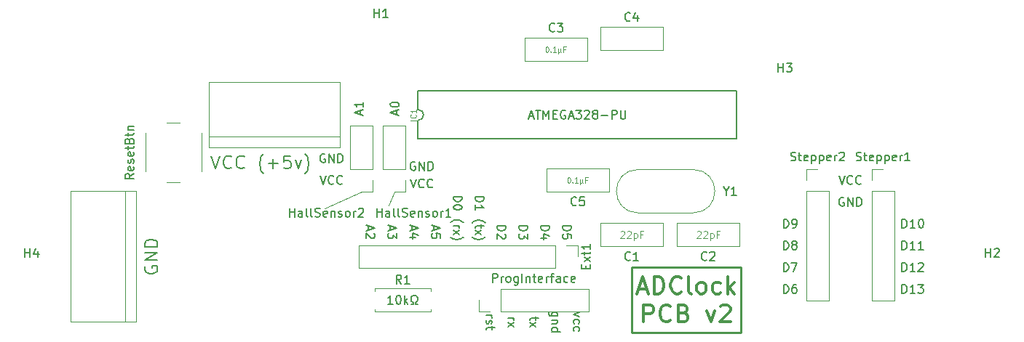
<source format=gbr>
G04 #@! TF.GenerationSoftware,KiCad,Pcbnew,(5.1.2)-1*
G04 #@! TF.CreationDate,2019-05-22T15:10:38+02:00*
G04 #@! TF.ProjectId,ADClock1,4144436c-6f63-46b3-912e-6b696361645f,rev?*
G04 #@! TF.SameCoordinates,Original*
G04 #@! TF.FileFunction,Legend,Top*
G04 #@! TF.FilePolarity,Positive*
%FSLAX46Y46*%
G04 Gerber Fmt 4.6, Leading zero omitted, Abs format (unit mm)*
G04 Created by KiCad (PCBNEW (5.1.2)-1) date 2019-05-22 15:10:38*
%MOMM*%
%LPD*%
G04 APERTURE LIST*
%ADD10C,0.250000*%
%ADD11C,0.300000*%
%ADD12C,0.120000*%
%ADD13C,0.150000*%
%ADD14C,0.127000*%
%ADD15C,0.200000*%
%ADD16C,0.050000*%
G04 APERTURE END LIST*
D10*
X102870000Y-55880000D02*
X102870000Y-63500000D01*
X115570000Y-55880000D02*
X102870000Y-55880000D01*
X115570000Y-63500000D02*
X115570000Y-55880000D01*
X102870000Y-63500000D02*
X115570000Y-63500000D01*
D11*
X103648571Y-58373333D02*
X104600952Y-58373333D01*
X103458095Y-58944761D02*
X104124761Y-56944761D01*
X104791428Y-58944761D01*
X105458095Y-58944761D02*
X105458095Y-56944761D01*
X105934285Y-56944761D01*
X106220000Y-57040000D01*
X106410476Y-57230476D01*
X106505714Y-57420952D01*
X106600952Y-57801904D01*
X106600952Y-58087619D01*
X106505714Y-58468571D01*
X106410476Y-58659047D01*
X106220000Y-58849523D01*
X105934285Y-58944761D01*
X105458095Y-58944761D01*
X108600952Y-58754285D02*
X108505714Y-58849523D01*
X108220000Y-58944761D01*
X108029523Y-58944761D01*
X107743809Y-58849523D01*
X107553333Y-58659047D01*
X107458095Y-58468571D01*
X107362857Y-58087619D01*
X107362857Y-57801904D01*
X107458095Y-57420952D01*
X107553333Y-57230476D01*
X107743809Y-57040000D01*
X108029523Y-56944761D01*
X108220000Y-56944761D01*
X108505714Y-57040000D01*
X108600952Y-57135238D01*
X109743809Y-58944761D02*
X109553333Y-58849523D01*
X109458095Y-58659047D01*
X109458095Y-56944761D01*
X110791428Y-58944761D02*
X110600952Y-58849523D01*
X110505714Y-58754285D01*
X110410476Y-58563809D01*
X110410476Y-57992380D01*
X110505714Y-57801904D01*
X110600952Y-57706666D01*
X110791428Y-57611428D01*
X111077142Y-57611428D01*
X111267619Y-57706666D01*
X111362857Y-57801904D01*
X111458095Y-57992380D01*
X111458095Y-58563809D01*
X111362857Y-58754285D01*
X111267619Y-58849523D01*
X111077142Y-58944761D01*
X110791428Y-58944761D01*
X113172380Y-58849523D02*
X112981904Y-58944761D01*
X112600952Y-58944761D01*
X112410476Y-58849523D01*
X112315238Y-58754285D01*
X112220000Y-58563809D01*
X112220000Y-57992380D01*
X112315238Y-57801904D01*
X112410476Y-57706666D01*
X112600952Y-57611428D01*
X112981904Y-57611428D01*
X113172380Y-57706666D01*
X114029523Y-58944761D02*
X114029523Y-56944761D01*
X114220000Y-58182857D02*
X114791428Y-58944761D01*
X114791428Y-57611428D02*
X114029523Y-58373333D01*
X104220000Y-62244761D02*
X104220000Y-60244761D01*
X104981904Y-60244761D01*
X105172380Y-60340000D01*
X105267619Y-60435238D01*
X105362857Y-60625714D01*
X105362857Y-60911428D01*
X105267619Y-61101904D01*
X105172380Y-61197142D01*
X104981904Y-61292380D01*
X104220000Y-61292380D01*
X107362857Y-62054285D02*
X107267619Y-62149523D01*
X106981904Y-62244761D01*
X106791428Y-62244761D01*
X106505714Y-62149523D01*
X106315238Y-61959047D01*
X106220000Y-61768571D01*
X106124761Y-61387619D01*
X106124761Y-61101904D01*
X106220000Y-60720952D01*
X106315238Y-60530476D01*
X106505714Y-60340000D01*
X106791428Y-60244761D01*
X106981904Y-60244761D01*
X107267619Y-60340000D01*
X107362857Y-60435238D01*
X108886666Y-61197142D02*
X109172380Y-61292380D01*
X109267619Y-61387619D01*
X109362857Y-61578095D01*
X109362857Y-61863809D01*
X109267619Y-62054285D01*
X109172380Y-62149523D01*
X108981904Y-62244761D01*
X108220000Y-62244761D01*
X108220000Y-60244761D01*
X108886666Y-60244761D01*
X109077142Y-60340000D01*
X109172380Y-60435238D01*
X109267619Y-60625714D01*
X109267619Y-60816190D01*
X109172380Y-61006666D01*
X109077142Y-61101904D01*
X108886666Y-61197142D01*
X108220000Y-61197142D01*
X111553333Y-60911428D02*
X112029523Y-62244761D01*
X112505714Y-60911428D01*
X113172380Y-60435238D02*
X113267619Y-60340000D01*
X113458095Y-60244761D01*
X113934285Y-60244761D01*
X114124761Y-60340000D01*
X114220000Y-60435238D01*
X114315238Y-60625714D01*
X114315238Y-60816190D01*
X114220000Y-61101904D01*
X113077142Y-62244761D01*
X114315238Y-62244761D01*
D12*
X92951428Y-30151428D02*
X93008571Y-30151428D01*
X93065714Y-30180000D01*
X93094285Y-30208571D01*
X93122857Y-30265714D01*
X93151428Y-30380000D01*
X93151428Y-30522857D01*
X93122857Y-30637142D01*
X93094285Y-30694285D01*
X93065714Y-30722857D01*
X93008571Y-30751428D01*
X92951428Y-30751428D01*
X92894285Y-30722857D01*
X92865714Y-30694285D01*
X92837142Y-30637142D01*
X92808571Y-30522857D01*
X92808571Y-30380000D01*
X92837142Y-30265714D01*
X92865714Y-30208571D01*
X92894285Y-30180000D01*
X92951428Y-30151428D01*
X93408571Y-30694285D02*
X93437142Y-30722857D01*
X93408571Y-30751428D01*
X93380000Y-30722857D01*
X93408571Y-30694285D01*
X93408571Y-30751428D01*
X94008571Y-30751428D02*
X93665714Y-30751428D01*
X93837142Y-30751428D02*
X93837142Y-30151428D01*
X93780000Y-30237142D01*
X93722857Y-30294285D01*
X93665714Y-30322857D01*
X94265714Y-30351428D02*
X94265714Y-30951428D01*
X94551428Y-30665714D02*
X94580000Y-30722857D01*
X94637142Y-30751428D01*
X94265714Y-30665714D02*
X94294285Y-30722857D01*
X94351428Y-30751428D01*
X94465714Y-30751428D01*
X94522857Y-30722857D01*
X94551428Y-30665714D01*
X94551428Y-30351428D01*
X95094285Y-30437142D02*
X94894285Y-30437142D01*
X94894285Y-30751428D02*
X94894285Y-30151428D01*
X95180000Y-30151428D01*
X95491428Y-45391428D02*
X95548571Y-45391428D01*
X95605714Y-45420000D01*
X95634285Y-45448571D01*
X95662857Y-45505714D01*
X95691428Y-45620000D01*
X95691428Y-45762857D01*
X95662857Y-45877142D01*
X95634285Y-45934285D01*
X95605714Y-45962857D01*
X95548571Y-45991428D01*
X95491428Y-45991428D01*
X95434285Y-45962857D01*
X95405714Y-45934285D01*
X95377142Y-45877142D01*
X95348571Y-45762857D01*
X95348571Y-45620000D01*
X95377142Y-45505714D01*
X95405714Y-45448571D01*
X95434285Y-45420000D01*
X95491428Y-45391428D01*
X95948571Y-45934285D02*
X95977142Y-45962857D01*
X95948571Y-45991428D01*
X95920000Y-45962857D01*
X95948571Y-45934285D01*
X95948571Y-45991428D01*
X96548571Y-45991428D02*
X96205714Y-45991428D01*
X96377142Y-45991428D02*
X96377142Y-45391428D01*
X96320000Y-45477142D01*
X96262857Y-45534285D01*
X96205714Y-45562857D01*
X96805714Y-45591428D02*
X96805714Y-46191428D01*
X97091428Y-45905714D02*
X97120000Y-45962857D01*
X97177142Y-45991428D01*
X96805714Y-45905714D02*
X96834285Y-45962857D01*
X96891428Y-45991428D01*
X97005714Y-45991428D01*
X97062857Y-45962857D01*
X97091428Y-45905714D01*
X97091428Y-45591428D01*
X97634285Y-45677142D02*
X97434285Y-45677142D01*
X97434285Y-45991428D02*
X97434285Y-45391428D01*
X97720000Y-45391428D01*
X110445714Y-51708095D02*
X110483809Y-51670000D01*
X110560000Y-51631904D01*
X110750476Y-51631904D01*
X110826666Y-51670000D01*
X110864761Y-51708095D01*
X110902857Y-51784285D01*
X110902857Y-51860476D01*
X110864761Y-51974761D01*
X110407619Y-52431904D01*
X110902857Y-52431904D01*
X111207619Y-51708095D02*
X111245714Y-51670000D01*
X111321904Y-51631904D01*
X111512380Y-51631904D01*
X111588571Y-51670000D01*
X111626666Y-51708095D01*
X111664761Y-51784285D01*
X111664761Y-51860476D01*
X111626666Y-51974761D01*
X111169523Y-52431904D01*
X111664761Y-52431904D01*
X112007619Y-51898571D02*
X112007619Y-52698571D01*
X112007619Y-51936666D02*
X112083809Y-51898571D01*
X112236190Y-51898571D01*
X112312380Y-51936666D01*
X112350476Y-51974761D01*
X112388571Y-52050952D01*
X112388571Y-52279523D01*
X112350476Y-52355714D01*
X112312380Y-52393809D01*
X112236190Y-52431904D01*
X112083809Y-52431904D01*
X112007619Y-52393809D01*
X112998095Y-52012857D02*
X112731428Y-52012857D01*
X112731428Y-52431904D02*
X112731428Y-51631904D01*
X113112380Y-51631904D01*
X101555714Y-51708095D02*
X101593809Y-51670000D01*
X101670000Y-51631904D01*
X101860476Y-51631904D01*
X101936666Y-51670000D01*
X101974761Y-51708095D01*
X102012857Y-51784285D01*
X102012857Y-51860476D01*
X101974761Y-51974761D01*
X101517619Y-52431904D01*
X102012857Y-52431904D01*
X102317619Y-51708095D02*
X102355714Y-51670000D01*
X102431904Y-51631904D01*
X102622380Y-51631904D01*
X102698571Y-51670000D01*
X102736666Y-51708095D01*
X102774761Y-51784285D01*
X102774761Y-51860476D01*
X102736666Y-51974761D01*
X102279523Y-52431904D01*
X102774761Y-52431904D01*
X103117619Y-51898571D02*
X103117619Y-52698571D01*
X103117619Y-51936666D02*
X103193809Y-51898571D01*
X103346190Y-51898571D01*
X103422380Y-51936666D01*
X103460476Y-51974761D01*
X103498571Y-52050952D01*
X103498571Y-52279523D01*
X103460476Y-52355714D01*
X103422380Y-52393809D01*
X103346190Y-52431904D01*
X103193809Y-52431904D01*
X103117619Y-52393809D01*
X104108095Y-52012857D02*
X103841428Y-52012857D01*
X103841428Y-52431904D02*
X103841428Y-51631904D01*
X104222380Y-51631904D01*
D13*
X75033333Y-60142380D02*
X74461904Y-60142380D01*
X74747619Y-60142380D02*
X74747619Y-59142380D01*
X74652380Y-59285238D01*
X74557142Y-59380476D01*
X74461904Y-59428095D01*
X75652380Y-59142380D02*
X75747619Y-59142380D01*
X75842857Y-59190000D01*
X75890476Y-59237619D01*
X75938095Y-59332857D01*
X75985714Y-59523333D01*
X75985714Y-59761428D01*
X75938095Y-59951904D01*
X75890476Y-60047142D01*
X75842857Y-60094761D01*
X75747619Y-60142380D01*
X75652380Y-60142380D01*
X75557142Y-60094761D01*
X75509523Y-60047142D01*
X75461904Y-59951904D01*
X75414285Y-59761428D01*
X75414285Y-59523333D01*
X75461904Y-59332857D01*
X75509523Y-59237619D01*
X75557142Y-59190000D01*
X75652380Y-59142380D01*
X76414285Y-60142380D02*
X76414285Y-59142380D01*
X76509523Y-59761428D02*
X76795238Y-60142380D01*
X76795238Y-59475714D02*
X76414285Y-59856666D01*
X77176190Y-60142380D02*
X77414285Y-60142380D01*
X77414285Y-59951904D01*
X77319047Y-59904285D01*
X77223809Y-59809047D01*
X77176190Y-59666190D01*
X77176190Y-59428095D01*
X77223809Y-59285238D01*
X77319047Y-59190000D01*
X77461904Y-59142380D01*
X77652380Y-59142380D01*
X77795238Y-59190000D01*
X77890476Y-59285238D01*
X77938095Y-59428095D01*
X77938095Y-59666190D01*
X77890476Y-59809047D01*
X77795238Y-59904285D01*
X77700000Y-59951904D01*
X77700000Y-60142380D01*
X77938095Y-60142380D01*
X134285595Y-58872380D02*
X134285595Y-57872380D01*
X134523690Y-57872380D01*
X134666547Y-57920000D01*
X134761785Y-58015238D01*
X134809404Y-58110476D01*
X134857023Y-58300952D01*
X134857023Y-58443809D01*
X134809404Y-58634285D01*
X134761785Y-58729523D01*
X134666547Y-58824761D01*
X134523690Y-58872380D01*
X134285595Y-58872380D01*
X135809404Y-58872380D02*
X135237976Y-58872380D01*
X135523690Y-58872380D02*
X135523690Y-57872380D01*
X135428452Y-58015238D01*
X135333214Y-58110476D01*
X135237976Y-58158095D01*
X136142738Y-57872380D02*
X136761785Y-57872380D01*
X136428452Y-58253333D01*
X136571309Y-58253333D01*
X136666547Y-58300952D01*
X136714166Y-58348571D01*
X136761785Y-58443809D01*
X136761785Y-58681904D01*
X136714166Y-58777142D01*
X136666547Y-58824761D01*
X136571309Y-58872380D01*
X136285595Y-58872380D01*
X136190357Y-58824761D01*
X136142738Y-58777142D01*
X134285595Y-56332380D02*
X134285595Y-55332380D01*
X134523690Y-55332380D01*
X134666547Y-55380000D01*
X134761785Y-55475238D01*
X134809404Y-55570476D01*
X134857023Y-55760952D01*
X134857023Y-55903809D01*
X134809404Y-56094285D01*
X134761785Y-56189523D01*
X134666547Y-56284761D01*
X134523690Y-56332380D01*
X134285595Y-56332380D01*
X135809404Y-56332380D02*
X135237976Y-56332380D01*
X135523690Y-56332380D02*
X135523690Y-55332380D01*
X135428452Y-55475238D01*
X135333214Y-55570476D01*
X135237976Y-55618095D01*
X136190357Y-55427619D02*
X136237976Y-55380000D01*
X136333214Y-55332380D01*
X136571309Y-55332380D01*
X136666547Y-55380000D01*
X136714166Y-55427619D01*
X136761785Y-55522857D01*
X136761785Y-55618095D01*
X136714166Y-55760952D01*
X136142738Y-56332380D01*
X136761785Y-56332380D01*
X134285595Y-53792380D02*
X134285595Y-52792380D01*
X134523690Y-52792380D01*
X134666547Y-52840000D01*
X134761785Y-52935238D01*
X134809404Y-53030476D01*
X134857023Y-53220952D01*
X134857023Y-53363809D01*
X134809404Y-53554285D01*
X134761785Y-53649523D01*
X134666547Y-53744761D01*
X134523690Y-53792380D01*
X134285595Y-53792380D01*
X135809404Y-53792380D02*
X135237976Y-53792380D01*
X135523690Y-53792380D02*
X135523690Y-52792380D01*
X135428452Y-52935238D01*
X135333214Y-53030476D01*
X135237976Y-53078095D01*
X136761785Y-53792380D02*
X136190357Y-53792380D01*
X136476071Y-53792380D02*
X136476071Y-52792380D01*
X136380833Y-52935238D01*
X136285595Y-53030476D01*
X136190357Y-53078095D01*
X134285595Y-51252380D02*
X134285595Y-50252380D01*
X134523690Y-50252380D01*
X134666547Y-50300000D01*
X134761785Y-50395238D01*
X134809404Y-50490476D01*
X134857023Y-50680952D01*
X134857023Y-50823809D01*
X134809404Y-51014285D01*
X134761785Y-51109523D01*
X134666547Y-51204761D01*
X134523690Y-51252380D01*
X134285595Y-51252380D01*
X135809404Y-51252380D02*
X135237976Y-51252380D01*
X135523690Y-51252380D02*
X135523690Y-50252380D01*
X135428452Y-50395238D01*
X135333214Y-50490476D01*
X135237976Y-50538095D01*
X136428452Y-50252380D02*
X136523690Y-50252380D01*
X136618928Y-50300000D01*
X136666547Y-50347619D01*
X136714166Y-50442857D01*
X136761785Y-50633333D01*
X136761785Y-50871428D01*
X136714166Y-51061904D01*
X136666547Y-51157142D01*
X136618928Y-51204761D01*
X136523690Y-51252380D01*
X136428452Y-51252380D01*
X136333214Y-51204761D01*
X136285595Y-51157142D01*
X136237976Y-51061904D01*
X136190357Y-50871428D01*
X136190357Y-50633333D01*
X136237976Y-50442857D01*
X136285595Y-50347619D01*
X136333214Y-50300000D01*
X136428452Y-50252380D01*
X120511904Y-58872380D02*
X120511904Y-57872380D01*
X120750000Y-57872380D01*
X120892857Y-57920000D01*
X120988095Y-58015238D01*
X121035714Y-58110476D01*
X121083333Y-58300952D01*
X121083333Y-58443809D01*
X121035714Y-58634285D01*
X120988095Y-58729523D01*
X120892857Y-58824761D01*
X120750000Y-58872380D01*
X120511904Y-58872380D01*
X121940476Y-57872380D02*
X121750000Y-57872380D01*
X121654761Y-57920000D01*
X121607142Y-57967619D01*
X121511904Y-58110476D01*
X121464285Y-58300952D01*
X121464285Y-58681904D01*
X121511904Y-58777142D01*
X121559523Y-58824761D01*
X121654761Y-58872380D01*
X121845238Y-58872380D01*
X121940476Y-58824761D01*
X121988095Y-58777142D01*
X122035714Y-58681904D01*
X122035714Y-58443809D01*
X121988095Y-58348571D01*
X121940476Y-58300952D01*
X121845238Y-58253333D01*
X121654761Y-58253333D01*
X121559523Y-58300952D01*
X121511904Y-58348571D01*
X121464285Y-58443809D01*
X120511904Y-56332380D02*
X120511904Y-55332380D01*
X120750000Y-55332380D01*
X120892857Y-55380000D01*
X120988095Y-55475238D01*
X121035714Y-55570476D01*
X121083333Y-55760952D01*
X121083333Y-55903809D01*
X121035714Y-56094285D01*
X120988095Y-56189523D01*
X120892857Y-56284761D01*
X120750000Y-56332380D01*
X120511904Y-56332380D01*
X121416666Y-55332380D02*
X122083333Y-55332380D01*
X121654761Y-56332380D01*
X120511904Y-53792380D02*
X120511904Y-52792380D01*
X120750000Y-52792380D01*
X120892857Y-52840000D01*
X120988095Y-52935238D01*
X121035714Y-53030476D01*
X121083333Y-53220952D01*
X121083333Y-53363809D01*
X121035714Y-53554285D01*
X120988095Y-53649523D01*
X120892857Y-53744761D01*
X120750000Y-53792380D01*
X120511904Y-53792380D01*
X121654761Y-53220952D02*
X121559523Y-53173333D01*
X121511904Y-53125714D01*
X121464285Y-53030476D01*
X121464285Y-52982857D01*
X121511904Y-52887619D01*
X121559523Y-52840000D01*
X121654761Y-52792380D01*
X121845238Y-52792380D01*
X121940476Y-52840000D01*
X121988095Y-52887619D01*
X122035714Y-52982857D01*
X122035714Y-53030476D01*
X121988095Y-53125714D01*
X121940476Y-53173333D01*
X121845238Y-53220952D01*
X121654761Y-53220952D01*
X121559523Y-53268571D01*
X121511904Y-53316190D01*
X121464285Y-53411428D01*
X121464285Y-53601904D01*
X121511904Y-53697142D01*
X121559523Y-53744761D01*
X121654761Y-53792380D01*
X121845238Y-53792380D01*
X121940476Y-53744761D01*
X121988095Y-53697142D01*
X122035714Y-53601904D01*
X122035714Y-53411428D01*
X121988095Y-53316190D01*
X121940476Y-53268571D01*
X121845238Y-53220952D01*
X120511904Y-51252380D02*
X120511904Y-50252380D01*
X120750000Y-50252380D01*
X120892857Y-50300000D01*
X120988095Y-50395238D01*
X121035714Y-50490476D01*
X121083333Y-50680952D01*
X121083333Y-50823809D01*
X121035714Y-51014285D01*
X120988095Y-51109523D01*
X120892857Y-51204761D01*
X120750000Y-51252380D01*
X120511904Y-51252380D01*
X121559523Y-51252380D02*
X121750000Y-51252380D01*
X121845238Y-51204761D01*
X121892857Y-51157142D01*
X121988095Y-51014285D01*
X122035714Y-50823809D01*
X122035714Y-50442857D01*
X121988095Y-50347619D01*
X121940476Y-50300000D01*
X121845238Y-50252380D01*
X121654761Y-50252380D01*
X121559523Y-50300000D01*
X121511904Y-50347619D01*
X121464285Y-50442857D01*
X121464285Y-50680952D01*
X121511904Y-50776190D01*
X121559523Y-50823809D01*
X121654761Y-50871428D01*
X121845238Y-50871428D01*
X121940476Y-50823809D01*
X121988095Y-50776190D01*
X122035714Y-50680952D01*
X127508095Y-47760000D02*
X127412857Y-47712380D01*
X127270000Y-47712380D01*
X127127142Y-47760000D01*
X127031904Y-47855238D01*
X126984285Y-47950476D01*
X126936666Y-48140952D01*
X126936666Y-48283809D01*
X126984285Y-48474285D01*
X127031904Y-48569523D01*
X127127142Y-48664761D01*
X127270000Y-48712380D01*
X127365238Y-48712380D01*
X127508095Y-48664761D01*
X127555714Y-48617142D01*
X127555714Y-48283809D01*
X127365238Y-48283809D01*
X127984285Y-48712380D02*
X127984285Y-47712380D01*
X128555714Y-48712380D01*
X128555714Y-47712380D01*
X129031904Y-48712380D02*
X129031904Y-47712380D01*
X129270000Y-47712380D01*
X129412857Y-47760000D01*
X129508095Y-47855238D01*
X129555714Y-47950476D01*
X129603333Y-48140952D01*
X129603333Y-48283809D01*
X129555714Y-48474285D01*
X129508095Y-48569523D01*
X129412857Y-48664761D01*
X129270000Y-48712380D01*
X129031904Y-48712380D01*
X126936666Y-45172380D02*
X127270000Y-46172380D01*
X127603333Y-45172380D01*
X128508095Y-46077142D02*
X128460476Y-46124761D01*
X128317619Y-46172380D01*
X128222380Y-46172380D01*
X128079523Y-46124761D01*
X127984285Y-46029523D01*
X127936666Y-45934285D01*
X127889047Y-45743809D01*
X127889047Y-45600952D01*
X127936666Y-45410476D01*
X127984285Y-45315238D01*
X128079523Y-45220000D01*
X128222380Y-45172380D01*
X128317619Y-45172380D01*
X128460476Y-45220000D01*
X128508095Y-45267619D01*
X129508095Y-46077142D02*
X129460476Y-46124761D01*
X129317619Y-46172380D01*
X129222380Y-46172380D01*
X129079523Y-46124761D01*
X128984285Y-46029523D01*
X128936666Y-45934285D01*
X128889047Y-45743809D01*
X128889047Y-45600952D01*
X128936666Y-45410476D01*
X128984285Y-45315238D01*
X129079523Y-45220000D01*
X129222380Y-45172380D01*
X129317619Y-45172380D01*
X129460476Y-45220000D01*
X129508095Y-45267619D01*
X71286666Y-38026093D02*
X71286666Y-37549903D01*
X71572380Y-38121331D02*
X70572380Y-37787998D01*
X71572380Y-37454665D01*
X71572380Y-36597522D02*
X71572380Y-37168950D01*
X71572380Y-36883236D02*
X70572380Y-36883236D01*
X70715238Y-36978474D01*
X70810476Y-37073712D01*
X70858095Y-37168950D01*
X75464907Y-38026093D02*
X75464907Y-37549903D01*
X75750621Y-38121331D02*
X74750621Y-37787998D01*
X75750621Y-37454665D01*
X74750621Y-36930855D02*
X74750621Y-36835617D01*
X74798241Y-36740379D01*
X74845860Y-36692760D01*
X74941098Y-36645141D01*
X75131574Y-36597522D01*
X75369669Y-36597522D01*
X75560145Y-36645141D01*
X75655383Y-36692760D01*
X75703002Y-36740379D01*
X75750621Y-36835617D01*
X75750621Y-36930855D01*
X75703002Y-37026093D01*
X75655383Y-37073712D01*
X75560145Y-37121331D01*
X75369669Y-37168950D01*
X75131574Y-37168950D01*
X74941098Y-37121331D01*
X74845860Y-37073712D01*
X74798241Y-37026093D01*
X74750621Y-36930855D01*
X77095470Y-45574089D02*
X77428804Y-46574089D01*
X77762137Y-45574089D01*
X78666899Y-46478851D02*
X78619280Y-46526470D01*
X78476423Y-46574089D01*
X78381184Y-46574089D01*
X78238327Y-46526470D01*
X78143089Y-46431232D01*
X78095470Y-46335994D01*
X78047851Y-46145518D01*
X78047851Y-46002661D01*
X78095470Y-45812185D01*
X78143089Y-45716947D01*
X78238327Y-45621709D01*
X78381184Y-45574089D01*
X78476423Y-45574089D01*
X78619280Y-45621709D01*
X78666899Y-45669328D01*
X79666899Y-46478851D02*
X79619280Y-46526470D01*
X79476423Y-46574089D01*
X79381184Y-46574089D01*
X79238327Y-46526470D01*
X79143089Y-46431232D01*
X79095470Y-46335994D01*
X79047851Y-46145518D01*
X79047851Y-46002661D01*
X79095470Y-45812185D01*
X79143089Y-45716947D01*
X79238327Y-45621709D01*
X79381184Y-45574089D01*
X79476423Y-45574089D01*
X79619280Y-45621709D01*
X79666899Y-45669328D01*
X77639195Y-43599310D02*
X77543957Y-43551690D01*
X77401100Y-43551690D01*
X77258242Y-43599310D01*
X77163004Y-43694548D01*
X77115385Y-43789786D01*
X77067766Y-43980262D01*
X77067766Y-44123119D01*
X77115385Y-44313595D01*
X77163004Y-44408833D01*
X77258242Y-44504071D01*
X77401100Y-44551690D01*
X77496338Y-44551690D01*
X77639195Y-44504071D01*
X77686814Y-44456452D01*
X77686814Y-44123119D01*
X77496338Y-44123119D01*
X78115385Y-44551690D02*
X78115385Y-43551690D01*
X78686814Y-44551690D01*
X78686814Y-43551690D01*
X79163004Y-44551690D02*
X79163004Y-43551690D01*
X79401100Y-43551690D01*
X79543957Y-43599310D01*
X79639195Y-43694548D01*
X79686814Y-43789786D01*
X79734433Y-43980262D01*
X79734433Y-44123119D01*
X79686814Y-44313595D01*
X79639195Y-44408833D01*
X79543957Y-44504071D01*
X79401100Y-44551690D01*
X79163004Y-44551690D01*
X67148095Y-42680000D02*
X67052857Y-42632380D01*
X66910000Y-42632380D01*
X66767142Y-42680000D01*
X66671904Y-42775238D01*
X66624285Y-42870476D01*
X66576666Y-43060952D01*
X66576666Y-43203809D01*
X66624285Y-43394285D01*
X66671904Y-43489523D01*
X66767142Y-43584761D01*
X66910000Y-43632380D01*
X67005238Y-43632380D01*
X67148095Y-43584761D01*
X67195714Y-43537142D01*
X67195714Y-43203809D01*
X67005238Y-43203809D01*
X67624285Y-43632380D02*
X67624285Y-42632380D01*
X68195714Y-43632380D01*
X68195714Y-42632380D01*
X68671904Y-43632380D02*
X68671904Y-42632380D01*
X68910000Y-42632380D01*
X69052857Y-42680000D01*
X69148095Y-42775238D01*
X69195714Y-42870476D01*
X69243333Y-43060952D01*
X69243333Y-43203809D01*
X69195714Y-43394285D01*
X69148095Y-43489523D01*
X69052857Y-43584761D01*
X68910000Y-43632380D01*
X68671904Y-43632380D01*
X66576666Y-45172380D02*
X66910000Y-46172380D01*
X67243333Y-45172380D01*
X68148095Y-46077142D02*
X68100476Y-46124761D01*
X67957619Y-46172380D01*
X67862380Y-46172380D01*
X67719523Y-46124761D01*
X67624285Y-46029523D01*
X67576666Y-45934285D01*
X67529047Y-45743809D01*
X67529047Y-45600952D01*
X67576666Y-45410476D01*
X67624285Y-45315238D01*
X67719523Y-45220000D01*
X67862380Y-45172380D01*
X67957619Y-45172380D01*
X68100476Y-45220000D01*
X68148095Y-45267619D01*
X69148095Y-46077142D02*
X69100476Y-46124761D01*
X68957619Y-46172380D01*
X68862380Y-46172380D01*
X68719523Y-46124761D01*
X68624285Y-46029523D01*
X68576666Y-45934285D01*
X68529047Y-45743809D01*
X68529047Y-45600952D01*
X68576666Y-45410476D01*
X68624285Y-45315238D01*
X68719523Y-45220000D01*
X68862380Y-45172380D01*
X68957619Y-45172380D01*
X69100476Y-45220000D01*
X69148095Y-45267619D01*
X94797619Y-51031904D02*
X95797619Y-51031904D01*
X95797619Y-51270000D01*
X95750000Y-51412857D01*
X95654761Y-51508095D01*
X95559523Y-51555714D01*
X95369047Y-51603333D01*
X95226190Y-51603333D01*
X95035714Y-51555714D01*
X94940476Y-51508095D01*
X94845238Y-51412857D01*
X94797619Y-51270000D01*
X94797619Y-51031904D01*
X95797619Y-52508095D02*
X95797619Y-52031904D01*
X95321428Y-51984285D01*
X95369047Y-52031904D01*
X95416666Y-52127142D01*
X95416666Y-52365238D01*
X95369047Y-52460476D01*
X95321428Y-52508095D01*
X95226190Y-52555714D01*
X94988095Y-52555714D01*
X94892857Y-52508095D01*
X94845238Y-52460476D01*
X94797619Y-52365238D01*
X94797619Y-52127142D01*
X94845238Y-52031904D01*
X94892857Y-51984285D01*
X92257619Y-51031904D02*
X93257619Y-51031904D01*
X93257619Y-51270000D01*
X93210000Y-51412857D01*
X93114761Y-51508095D01*
X93019523Y-51555714D01*
X92829047Y-51603333D01*
X92686190Y-51603333D01*
X92495714Y-51555714D01*
X92400476Y-51508095D01*
X92305238Y-51412857D01*
X92257619Y-51270000D01*
X92257619Y-51031904D01*
X92924285Y-52460476D02*
X92257619Y-52460476D01*
X93305238Y-52222380D02*
X92590952Y-51984285D01*
X92590952Y-52603333D01*
X89717619Y-51031904D02*
X90717619Y-51031904D01*
X90717619Y-51270000D01*
X90670000Y-51412857D01*
X90574761Y-51508095D01*
X90479523Y-51555714D01*
X90289047Y-51603333D01*
X90146190Y-51603333D01*
X89955714Y-51555714D01*
X89860476Y-51508095D01*
X89765238Y-51412857D01*
X89717619Y-51270000D01*
X89717619Y-51031904D01*
X90717619Y-51936666D02*
X90717619Y-52555714D01*
X90336666Y-52222380D01*
X90336666Y-52365238D01*
X90289047Y-52460476D01*
X90241428Y-52508095D01*
X90146190Y-52555714D01*
X89908095Y-52555714D01*
X89812857Y-52508095D01*
X89765238Y-52460476D01*
X89717619Y-52365238D01*
X89717619Y-52079523D01*
X89765238Y-51984285D01*
X89812857Y-51936666D01*
X87177619Y-51031904D02*
X88177619Y-51031904D01*
X88177619Y-51270000D01*
X88130000Y-51412857D01*
X88034761Y-51508095D01*
X87939523Y-51555714D01*
X87749047Y-51603333D01*
X87606190Y-51603333D01*
X87415714Y-51555714D01*
X87320476Y-51508095D01*
X87225238Y-51412857D01*
X87177619Y-51270000D01*
X87177619Y-51031904D01*
X88082380Y-51984285D02*
X88130000Y-52031904D01*
X88177619Y-52127142D01*
X88177619Y-52365238D01*
X88130000Y-52460476D01*
X88082380Y-52508095D01*
X87987142Y-52555714D01*
X87891904Y-52555714D01*
X87749047Y-52508095D01*
X87177619Y-51936666D01*
X87177619Y-52555714D01*
X84637619Y-47653809D02*
X85637619Y-47653809D01*
X85637619Y-47891904D01*
X85590000Y-48034761D01*
X85494761Y-48130000D01*
X85399523Y-48177619D01*
X85209047Y-48225238D01*
X85066190Y-48225238D01*
X84875714Y-48177619D01*
X84780476Y-48130000D01*
X84685238Y-48034761D01*
X84637619Y-47891904D01*
X84637619Y-47653809D01*
X84637619Y-49177619D02*
X84637619Y-48606190D01*
X84637619Y-48891904D02*
X85637619Y-48891904D01*
X85494761Y-48796666D01*
X85399523Y-48701428D01*
X85351904Y-48606190D01*
X84256666Y-50653809D02*
X84304285Y-50606190D01*
X84447142Y-50510952D01*
X84542380Y-50463333D01*
X84685238Y-50415714D01*
X84923333Y-50368095D01*
X85113809Y-50368095D01*
X85351904Y-50415714D01*
X85494761Y-50463333D01*
X85590000Y-50510952D01*
X85732857Y-50606190D01*
X85780476Y-50653809D01*
X85304285Y-50891904D02*
X85304285Y-51272857D01*
X85637619Y-51034761D02*
X84780476Y-51034761D01*
X84685238Y-51082380D01*
X84637619Y-51177619D01*
X84637619Y-51272857D01*
X84637619Y-51510952D02*
X85304285Y-52034761D01*
X85304285Y-51510952D02*
X84637619Y-52034761D01*
X84256666Y-52320476D02*
X84304285Y-52368095D01*
X84447142Y-52463333D01*
X84542380Y-52510952D01*
X84685238Y-52558571D01*
X84923333Y-52606190D01*
X85113809Y-52606190D01*
X85351904Y-52558571D01*
X85494761Y-52510952D01*
X85590000Y-52463333D01*
X85732857Y-52368095D01*
X85780476Y-52320476D01*
X82097619Y-47630000D02*
X83097619Y-47630000D01*
X83097619Y-47868095D01*
X83050000Y-48010952D01*
X82954761Y-48106190D01*
X82859523Y-48153809D01*
X82669047Y-48201428D01*
X82526190Y-48201428D01*
X82335714Y-48153809D01*
X82240476Y-48106190D01*
X82145238Y-48010952D01*
X82097619Y-47868095D01*
X82097619Y-47630000D01*
X83097619Y-48820476D02*
X83097619Y-48915714D01*
X83050000Y-49010952D01*
X83002380Y-49058571D01*
X82907142Y-49106190D01*
X82716666Y-49153809D01*
X82478571Y-49153809D01*
X82288095Y-49106190D01*
X82192857Y-49058571D01*
X82145238Y-49010952D01*
X82097619Y-48915714D01*
X82097619Y-48820476D01*
X82145238Y-48725238D01*
X82192857Y-48677619D01*
X82288095Y-48630000D01*
X82478571Y-48582380D01*
X82716666Y-48582380D01*
X82907142Y-48630000D01*
X83002380Y-48677619D01*
X83050000Y-48725238D01*
X83097619Y-48820476D01*
X81716666Y-50630000D02*
X81764285Y-50582380D01*
X81907142Y-50487142D01*
X82002380Y-50439523D01*
X82145238Y-50391904D01*
X82383333Y-50344285D01*
X82573809Y-50344285D01*
X82811904Y-50391904D01*
X82954761Y-50439523D01*
X83050000Y-50487142D01*
X83192857Y-50582380D01*
X83240476Y-50630000D01*
X82097619Y-51010952D02*
X82764285Y-51010952D01*
X82573809Y-51010952D02*
X82669047Y-51058571D01*
X82716666Y-51106190D01*
X82764285Y-51201428D01*
X82764285Y-51296666D01*
X82097619Y-51534761D02*
X82764285Y-52058571D01*
X82764285Y-51534761D02*
X82097619Y-52058571D01*
X81716666Y-52344285D02*
X81764285Y-52391904D01*
X81907142Y-52487142D01*
X82002380Y-52534761D01*
X82145238Y-52582380D01*
X82383333Y-52630000D01*
X82573809Y-52630000D01*
X82811904Y-52582380D01*
X82954761Y-52534761D01*
X83050000Y-52487142D01*
X83192857Y-52391904D01*
X83240476Y-52344285D01*
X79843333Y-51055714D02*
X79843333Y-51531904D01*
X79557619Y-50960476D02*
X80557619Y-51293809D01*
X79557619Y-51627142D01*
X80557619Y-52436666D02*
X80557619Y-51960476D01*
X80081428Y-51912857D01*
X80129047Y-51960476D01*
X80176666Y-52055714D01*
X80176666Y-52293809D01*
X80129047Y-52389047D01*
X80081428Y-52436666D01*
X79986190Y-52484285D01*
X79748095Y-52484285D01*
X79652857Y-52436666D01*
X79605238Y-52389047D01*
X79557619Y-52293809D01*
X79557619Y-52055714D01*
X79605238Y-51960476D01*
X79652857Y-51912857D01*
X77303333Y-51055714D02*
X77303333Y-51531904D01*
X77017619Y-50960476D02*
X78017619Y-51293809D01*
X77017619Y-51627142D01*
X77684285Y-52389047D02*
X77017619Y-52389047D01*
X78065238Y-52150952D02*
X77350952Y-51912857D01*
X77350952Y-52531904D01*
X74763333Y-51055714D02*
X74763333Y-51531904D01*
X74477619Y-50960476D02*
X75477619Y-51293809D01*
X74477619Y-51627142D01*
X75477619Y-51865238D02*
X75477619Y-52484285D01*
X75096666Y-52150952D01*
X75096666Y-52293809D01*
X75049047Y-52389047D01*
X75001428Y-52436666D01*
X74906190Y-52484285D01*
X74668095Y-52484285D01*
X74572857Y-52436666D01*
X74525238Y-52389047D01*
X74477619Y-52293809D01*
X74477619Y-52008095D01*
X74525238Y-51912857D01*
X74572857Y-51865238D01*
X72223333Y-51055714D02*
X72223333Y-51531904D01*
X71937619Y-50960476D02*
X72937619Y-51293809D01*
X71937619Y-51627142D01*
X72842380Y-51912857D02*
X72890000Y-51960476D01*
X72937619Y-52055714D01*
X72937619Y-52293809D01*
X72890000Y-52389047D01*
X72842380Y-52436666D01*
X72747142Y-52484285D01*
X72651904Y-52484285D01*
X72509047Y-52436666D01*
X71937619Y-51865238D01*
X71937619Y-52484285D01*
X96734285Y-61134761D02*
X96067619Y-61372857D01*
X96734285Y-61610952D01*
X96115238Y-62420476D02*
X96067619Y-62325238D01*
X96067619Y-62134761D01*
X96115238Y-62039523D01*
X96162857Y-61991904D01*
X96258095Y-61944285D01*
X96543809Y-61944285D01*
X96639047Y-61991904D01*
X96686666Y-62039523D01*
X96734285Y-62134761D01*
X96734285Y-62325238D01*
X96686666Y-62420476D01*
X96115238Y-63277619D02*
X96067619Y-63182380D01*
X96067619Y-62991904D01*
X96115238Y-62896666D01*
X96162857Y-62849047D01*
X96258095Y-62801428D01*
X96543809Y-62801428D01*
X96639047Y-62849047D01*
X96686666Y-62896666D01*
X96734285Y-62991904D01*
X96734285Y-63182380D01*
X96686666Y-63277619D01*
X94194285Y-61539523D02*
X93384761Y-61539523D01*
X93289523Y-61491904D01*
X93241904Y-61444285D01*
X93194285Y-61349047D01*
X93194285Y-61206190D01*
X93241904Y-61110952D01*
X93575238Y-61539523D02*
X93527619Y-61444285D01*
X93527619Y-61253809D01*
X93575238Y-61158571D01*
X93622857Y-61110952D01*
X93718095Y-61063333D01*
X94003809Y-61063333D01*
X94099047Y-61110952D01*
X94146666Y-61158571D01*
X94194285Y-61253809D01*
X94194285Y-61444285D01*
X94146666Y-61539523D01*
X94194285Y-62015714D02*
X93527619Y-62015714D01*
X94099047Y-62015714D02*
X94146666Y-62063333D01*
X94194285Y-62158571D01*
X94194285Y-62301428D01*
X94146666Y-62396666D01*
X94051428Y-62444285D01*
X93527619Y-62444285D01*
X93527619Y-63349047D02*
X94527619Y-63349047D01*
X93575238Y-63349047D02*
X93527619Y-63253809D01*
X93527619Y-63063333D01*
X93575238Y-62968095D01*
X93622857Y-62920476D01*
X93718095Y-62872857D01*
X94003809Y-62872857D01*
X94099047Y-62920476D01*
X94146666Y-62968095D01*
X94194285Y-63063333D01*
X94194285Y-63253809D01*
X94146666Y-63349047D01*
X91654285Y-61634761D02*
X91654285Y-62015714D01*
X91987619Y-61777619D02*
X91130476Y-61777619D01*
X91035238Y-61825238D01*
X90987619Y-61920476D01*
X90987619Y-62015714D01*
X90987619Y-62253809D02*
X91654285Y-62777619D01*
X91654285Y-62253809D02*
X90987619Y-62777619D01*
X88447619Y-61753809D02*
X89114285Y-61753809D01*
X88923809Y-61753809D02*
X89019047Y-61801428D01*
X89066666Y-61849047D01*
X89114285Y-61944285D01*
X89114285Y-62039523D01*
X88447619Y-62277619D02*
X89114285Y-62801428D01*
X89114285Y-62277619D02*
X88447619Y-62801428D01*
X85907619Y-61468095D02*
X86574285Y-61468095D01*
X86383809Y-61468095D02*
X86479047Y-61515714D01*
X86526666Y-61563333D01*
X86574285Y-61658571D01*
X86574285Y-61753809D01*
X85955238Y-62039523D02*
X85907619Y-62134761D01*
X85907619Y-62325238D01*
X85955238Y-62420476D01*
X86050476Y-62468095D01*
X86098095Y-62468095D01*
X86193333Y-62420476D01*
X86240952Y-62325238D01*
X86240952Y-62182380D01*
X86288571Y-62087142D01*
X86383809Y-62039523D01*
X86431428Y-62039523D01*
X86526666Y-62087142D01*
X86574285Y-62182380D01*
X86574285Y-62325238D01*
X86526666Y-62420476D01*
X86574285Y-62753809D02*
X86574285Y-63134761D01*
X86907619Y-62896666D02*
X86050476Y-62896666D01*
X85955238Y-62944285D01*
X85907619Y-63039523D01*
X85907619Y-63134761D01*
D12*
X75200000Y-47050000D02*
X74538175Y-48671034D01*
X71390000Y-47050000D02*
X67091981Y-48964369D01*
X99210000Y-50700000D02*
X106450000Y-50700000D01*
X99210000Y-53440000D02*
X106450000Y-53440000D01*
X99210000Y-50700000D02*
X99210000Y-53440000D01*
X106450000Y-50700000D02*
X106450000Y-53440000D01*
X108100000Y-50700000D02*
X115340000Y-50700000D01*
X108100000Y-53440000D02*
X115340000Y-53440000D01*
X108100000Y-50700000D02*
X108100000Y-53440000D01*
X115340000Y-50700000D02*
X115340000Y-53440000D01*
X90400000Y-31850000D02*
X90400000Y-29110000D01*
X97640000Y-31850000D02*
X97640000Y-29110000D01*
X97640000Y-29110000D02*
X90400000Y-29110000D01*
X97640000Y-31850000D02*
X90400000Y-31850000D01*
X99210000Y-27840000D02*
X106450000Y-27840000D01*
X99210000Y-30580000D02*
X106450000Y-30580000D01*
X99210000Y-27840000D02*
X99210000Y-30580000D01*
X106450000Y-27840000D02*
X106450000Y-30580000D01*
X92940000Y-47090000D02*
X92940000Y-44350000D01*
X100180000Y-47090000D02*
X100180000Y-44350000D01*
X100180000Y-44350000D02*
X92940000Y-44350000D01*
X100180000Y-47090000D02*
X92940000Y-47090000D01*
X71060000Y-53280000D02*
X71060000Y-55940000D01*
X93980000Y-53280000D02*
X71060000Y-53280000D01*
X93980000Y-55940000D02*
X71060000Y-55940000D01*
X93980000Y-53280000D02*
X93980000Y-55940000D01*
X95250000Y-53280000D02*
X96580000Y-53280000D01*
X96580000Y-53280000D02*
X96580000Y-54610000D01*
X45220000Y-62230000D02*
X45220000Y-46990000D01*
X37600000Y-62230000D02*
X37600000Y-46990000D01*
X43950000Y-62230000D02*
X43950000Y-46990000D01*
X45220000Y-46990000D02*
X37600000Y-46990000D01*
X45220000Y-62230000D02*
X37600000Y-62230000D01*
X76530000Y-47050000D02*
X75200000Y-47050000D01*
X76530000Y-45720000D02*
X76530000Y-47050000D01*
X76530000Y-44450000D02*
X73870000Y-44450000D01*
X73870000Y-44450000D02*
X73870000Y-39310000D01*
X76530000Y-44450000D02*
X76530000Y-39310000D01*
X76530000Y-39310000D02*
X73870000Y-39310000D01*
X72720000Y-47050000D02*
X71390000Y-47050000D01*
X72720000Y-45720000D02*
X72720000Y-47050000D01*
X72720000Y-44450000D02*
X70060000Y-44450000D01*
X70060000Y-44450000D02*
X70060000Y-39310000D01*
X72720000Y-44450000D02*
X72720000Y-39310000D01*
X72720000Y-39310000D02*
X70060000Y-39310000D01*
D14*
X77978000Y-38735000D02*
X77978000Y-40894000D01*
X77978000Y-37465000D02*
G75*
G02X77978000Y-38735000I0J-635000D01*
G01*
X77978000Y-40894000D02*
X115062000Y-40894000D01*
X77978000Y-35306000D02*
X77978000Y-37465000D01*
X77978000Y-35306000D02*
X115062000Y-35306000D01*
X115062000Y-35306000D02*
X115062000Y-40894000D01*
D12*
X97850000Y-61020000D02*
X97850000Y-58360000D01*
X87630000Y-61020000D02*
X97850000Y-61020000D01*
X87630000Y-58360000D02*
X97850000Y-58360000D01*
X87630000Y-61020000D02*
X87630000Y-58360000D01*
X86360000Y-61020000D02*
X85030000Y-61020000D01*
X85030000Y-61020000D02*
X85030000Y-59690000D01*
X72930000Y-58650000D02*
X72930000Y-58320000D01*
X72930000Y-58320000D02*
X79470000Y-58320000D01*
X79470000Y-58320000D02*
X79470000Y-58650000D01*
X72930000Y-60730000D02*
X72930000Y-61060000D01*
X72930000Y-61060000D02*
X79470000Y-61060000D01*
X79470000Y-61060000D02*
X79470000Y-60730000D01*
X130750000Y-59750000D02*
X133410000Y-59750000D01*
X130750000Y-46990000D02*
X130750000Y-59750000D01*
X133410000Y-46990000D02*
X133410000Y-59750000D01*
X130750000Y-46990000D02*
X133410000Y-46990000D01*
X130750000Y-45720000D02*
X130750000Y-44390000D01*
X130750000Y-44390000D02*
X132080000Y-44390000D01*
X123130000Y-44390000D02*
X124460000Y-44390000D01*
X123130000Y-45720000D02*
X123130000Y-44390000D01*
X123130000Y-46990000D02*
X125790000Y-46990000D01*
X125790000Y-46990000D02*
X125790000Y-59750000D01*
X123130000Y-46990000D02*
X123130000Y-59750000D01*
X123130000Y-59750000D02*
X125790000Y-59750000D01*
X52760000Y-44720000D02*
X52760000Y-40220000D01*
X48760000Y-45970000D02*
X50260000Y-45970000D01*
X46260000Y-40220000D02*
X46260000Y-44720000D01*
X50260000Y-38970000D02*
X48760000Y-38970000D01*
X53610000Y-41910000D02*
X53610000Y-34290000D01*
X68850000Y-41910000D02*
X68850000Y-34290000D01*
X53610000Y-40640000D02*
X68850000Y-40640000D01*
X53610000Y-34290000D02*
X68850000Y-34290000D01*
X53610000Y-41910000D02*
X68850000Y-41910000D01*
X109980000Y-49515000D02*
X103580000Y-49515000D01*
X109980000Y-44465000D02*
X103580000Y-44465000D01*
X109980000Y-44465000D02*
G75*
G02X109980000Y-49515000I0J-2525000D01*
G01*
X103580000Y-44465000D02*
G75*
G03X103580000Y-49515000I0J-2525000D01*
G01*
D13*
X102663333Y-54967142D02*
X102615714Y-55014761D01*
X102472857Y-55062380D01*
X102377619Y-55062380D01*
X102234761Y-55014761D01*
X102139523Y-54919523D01*
X102091904Y-54824285D01*
X102044285Y-54633809D01*
X102044285Y-54490952D01*
X102091904Y-54300476D01*
X102139523Y-54205238D01*
X102234761Y-54110000D01*
X102377619Y-54062380D01*
X102472857Y-54062380D01*
X102615714Y-54110000D01*
X102663333Y-54157619D01*
X103615714Y-55062380D02*
X103044285Y-55062380D01*
X103330000Y-55062380D02*
X103330000Y-54062380D01*
X103234761Y-54205238D01*
X103139523Y-54300476D01*
X103044285Y-54348095D01*
X111553333Y-54967142D02*
X111505714Y-55014761D01*
X111362857Y-55062380D01*
X111267619Y-55062380D01*
X111124761Y-55014761D01*
X111029523Y-54919523D01*
X110981904Y-54824285D01*
X110934285Y-54633809D01*
X110934285Y-54490952D01*
X110981904Y-54300476D01*
X111029523Y-54205238D01*
X111124761Y-54110000D01*
X111267619Y-54062380D01*
X111362857Y-54062380D01*
X111505714Y-54110000D01*
X111553333Y-54157619D01*
X111934285Y-54157619D02*
X111981904Y-54110000D01*
X112077142Y-54062380D01*
X112315238Y-54062380D01*
X112410476Y-54110000D01*
X112458095Y-54157619D01*
X112505714Y-54252857D01*
X112505714Y-54348095D01*
X112458095Y-54490952D01*
X111886666Y-55062380D01*
X112505714Y-55062380D01*
X93853333Y-28297142D02*
X93805714Y-28344761D01*
X93662857Y-28392380D01*
X93567619Y-28392380D01*
X93424761Y-28344761D01*
X93329523Y-28249523D01*
X93281904Y-28154285D01*
X93234285Y-27963809D01*
X93234285Y-27820952D01*
X93281904Y-27630476D01*
X93329523Y-27535238D01*
X93424761Y-27440000D01*
X93567619Y-27392380D01*
X93662857Y-27392380D01*
X93805714Y-27440000D01*
X93853333Y-27487619D01*
X94186666Y-27392380D02*
X94805714Y-27392380D01*
X94472380Y-27773333D01*
X94615238Y-27773333D01*
X94710476Y-27820952D01*
X94758095Y-27868571D01*
X94805714Y-27963809D01*
X94805714Y-28201904D01*
X94758095Y-28297142D01*
X94710476Y-28344761D01*
X94615238Y-28392380D01*
X94329523Y-28392380D01*
X94234285Y-28344761D01*
X94186666Y-28297142D01*
X102663333Y-27067142D02*
X102615714Y-27114761D01*
X102472857Y-27162380D01*
X102377619Y-27162380D01*
X102234761Y-27114761D01*
X102139523Y-27019523D01*
X102091904Y-26924285D01*
X102044285Y-26733809D01*
X102044285Y-26590952D01*
X102091904Y-26400476D01*
X102139523Y-26305238D01*
X102234761Y-26210000D01*
X102377619Y-26162380D01*
X102472857Y-26162380D01*
X102615714Y-26210000D01*
X102663333Y-26257619D01*
X103520476Y-26495714D02*
X103520476Y-27162380D01*
X103282380Y-26114761D02*
X103044285Y-26829047D01*
X103663333Y-26829047D01*
X96393333Y-48577142D02*
X96345714Y-48624761D01*
X96202857Y-48672380D01*
X96107619Y-48672380D01*
X95964761Y-48624761D01*
X95869523Y-48529523D01*
X95821904Y-48434285D01*
X95774285Y-48243809D01*
X95774285Y-48100952D01*
X95821904Y-47910476D01*
X95869523Y-47815238D01*
X95964761Y-47720000D01*
X96107619Y-47672380D01*
X96202857Y-47672380D01*
X96345714Y-47720000D01*
X96393333Y-47767619D01*
X97298095Y-47672380D02*
X96821904Y-47672380D01*
X96774285Y-48148571D01*
X96821904Y-48100952D01*
X96917142Y-48053333D01*
X97155238Y-48053333D01*
X97250476Y-48100952D01*
X97298095Y-48148571D01*
X97345714Y-48243809D01*
X97345714Y-48481904D01*
X97298095Y-48577142D01*
X97250476Y-48624761D01*
X97155238Y-48672380D01*
X96917142Y-48672380D01*
X96821904Y-48624761D01*
X96774285Y-48577142D01*
X97508571Y-55990952D02*
X97508571Y-55657619D01*
X98032380Y-55514761D02*
X98032380Y-55990952D01*
X97032380Y-55990952D01*
X97032380Y-55514761D01*
X98032380Y-55181428D02*
X97365714Y-54657619D01*
X97365714Y-55181428D02*
X98032380Y-54657619D01*
X97365714Y-54419523D02*
X97365714Y-54038571D01*
X97032380Y-54276666D02*
X97889523Y-54276666D01*
X97984761Y-54229047D01*
X98032380Y-54133809D01*
X98032380Y-54038571D01*
X98032380Y-53181428D02*
X98032380Y-53752857D01*
X98032380Y-53467142D02*
X97032380Y-53467142D01*
X97175238Y-53562380D01*
X97270476Y-53657619D01*
X97318095Y-53752857D01*
D15*
X46240000Y-55752857D02*
X46168571Y-55895714D01*
X46168571Y-56110000D01*
X46240000Y-56324285D01*
X46382857Y-56467142D01*
X46525714Y-56538571D01*
X46811428Y-56610000D01*
X47025714Y-56610000D01*
X47311428Y-56538571D01*
X47454285Y-56467142D01*
X47597142Y-56324285D01*
X47668571Y-56110000D01*
X47668571Y-55967142D01*
X47597142Y-55752857D01*
X47525714Y-55681428D01*
X47025714Y-55681428D01*
X47025714Y-55967142D01*
X47668571Y-55038571D02*
X46168571Y-55038571D01*
X47668571Y-54181428D01*
X46168571Y-54181428D01*
X47668571Y-53467142D02*
X46168571Y-53467142D01*
X46168571Y-53110000D01*
X46240000Y-52895714D01*
X46382857Y-52752857D01*
X46525714Y-52681428D01*
X46811428Y-52610000D01*
X47025714Y-52610000D01*
X47311428Y-52681428D01*
X47454285Y-52752857D01*
X47597142Y-52895714D01*
X47668571Y-53110000D01*
X47668571Y-53467142D01*
D13*
X72898095Y-26732380D02*
X72898095Y-25732380D01*
X72898095Y-26208571D02*
X73469523Y-26208571D01*
X73469523Y-26732380D02*
X73469523Y-25732380D01*
X74469523Y-26732380D02*
X73898095Y-26732380D01*
X74183809Y-26732380D02*
X74183809Y-25732380D01*
X74088571Y-25875238D01*
X73993333Y-25970476D01*
X73898095Y-26018095D01*
X144018095Y-54672380D02*
X144018095Y-53672380D01*
X144018095Y-54148571D02*
X144589523Y-54148571D01*
X144589523Y-54672380D02*
X144589523Y-53672380D01*
X145018095Y-53767619D02*
X145065714Y-53720000D01*
X145160952Y-53672380D01*
X145399047Y-53672380D01*
X145494285Y-53720000D01*
X145541904Y-53767619D01*
X145589523Y-53862857D01*
X145589523Y-53958095D01*
X145541904Y-54100952D01*
X144970476Y-54672380D01*
X145589523Y-54672380D01*
X119888095Y-33082380D02*
X119888095Y-32082380D01*
X119888095Y-32558571D02*
X120459523Y-32558571D01*
X120459523Y-33082380D02*
X120459523Y-32082380D01*
X120840476Y-32082380D02*
X121459523Y-32082380D01*
X121126190Y-32463333D01*
X121269047Y-32463333D01*
X121364285Y-32510952D01*
X121411904Y-32558571D01*
X121459523Y-32653809D01*
X121459523Y-32891904D01*
X121411904Y-32987142D01*
X121364285Y-33034761D01*
X121269047Y-33082380D01*
X120983333Y-33082380D01*
X120888095Y-33034761D01*
X120840476Y-32987142D01*
X32258095Y-54672380D02*
X32258095Y-53672380D01*
X32258095Y-54148571D02*
X32829523Y-54148571D01*
X32829523Y-54672380D02*
X32829523Y-53672380D01*
X33734285Y-54005714D02*
X33734285Y-54672380D01*
X33496190Y-53624761D02*
X33258095Y-54339047D01*
X33877142Y-54339047D01*
X73208095Y-49982380D02*
X73208095Y-48982380D01*
X73208095Y-49458571D02*
X73779523Y-49458571D01*
X73779523Y-49982380D02*
X73779523Y-48982380D01*
X74684285Y-49982380D02*
X74684285Y-49458571D01*
X74636666Y-49363333D01*
X74541428Y-49315714D01*
X74350952Y-49315714D01*
X74255714Y-49363333D01*
X74684285Y-49934761D02*
X74589047Y-49982380D01*
X74350952Y-49982380D01*
X74255714Y-49934761D01*
X74208095Y-49839523D01*
X74208095Y-49744285D01*
X74255714Y-49649047D01*
X74350952Y-49601428D01*
X74589047Y-49601428D01*
X74684285Y-49553809D01*
X75303333Y-49982380D02*
X75208095Y-49934761D01*
X75160476Y-49839523D01*
X75160476Y-48982380D01*
X75827142Y-49982380D02*
X75731904Y-49934761D01*
X75684285Y-49839523D01*
X75684285Y-48982380D01*
X76160476Y-49934761D02*
X76303333Y-49982380D01*
X76541428Y-49982380D01*
X76636666Y-49934761D01*
X76684285Y-49887142D01*
X76731904Y-49791904D01*
X76731904Y-49696666D01*
X76684285Y-49601428D01*
X76636666Y-49553809D01*
X76541428Y-49506190D01*
X76350952Y-49458571D01*
X76255714Y-49410952D01*
X76208095Y-49363333D01*
X76160476Y-49268095D01*
X76160476Y-49172857D01*
X76208095Y-49077619D01*
X76255714Y-49030000D01*
X76350952Y-48982380D01*
X76589047Y-48982380D01*
X76731904Y-49030000D01*
X77541428Y-49934761D02*
X77446190Y-49982380D01*
X77255714Y-49982380D01*
X77160476Y-49934761D01*
X77112857Y-49839523D01*
X77112857Y-49458571D01*
X77160476Y-49363333D01*
X77255714Y-49315714D01*
X77446190Y-49315714D01*
X77541428Y-49363333D01*
X77589047Y-49458571D01*
X77589047Y-49553809D01*
X77112857Y-49649047D01*
X78017619Y-49315714D02*
X78017619Y-49982380D01*
X78017619Y-49410952D02*
X78065238Y-49363333D01*
X78160476Y-49315714D01*
X78303333Y-49315714D01*
X78398571Y-49363333D01*
X78446190Y-49458571D01*
X78446190Y-49982380D01*
X78874761Y-49934761D02*
X78970000Y-49982380D01*
X79160476Y-49982380D01*
X79255714Y-49934761D01*
X79303333Y-49839523D01*
X79303333Y-49791904D01*
X79255714Y-49696666D01*
X79160476Y-49649047D01*
X79017619Y-49649047D01*
X78922380Y-49601428D01*
X78874761Y-49506190D01*
X78874761Y-49458571D01*
X78922380Y-49363333D01*
X79017619Y-49315714D01*
X79160476Y-49315714D01*
X79255714Y-49363333D01*
X79874761Y-49982380D02*
X79779523Y-49934761D01*
X79731904Y-49887142D01*
X79684285Y-49791904D01*
X79684285Y-49506190D01*
X79731904Y-49410952D01*
X79779523Y-49363333D01*
X79874761Y-49315714D01*
X80017619Y-49315714D01*
X80112857Y-49363333D01*
X80160476Y-49410952D01*
X80208095Y-49506190D01*
X80208095Y-49791904D01*
X80160476Y-49887142D01*
X80112857Y-49934761D01*
X80017619Y-49982380D01*
X79874761Y-49982380D01*
X80636666Y-49982380D02*
X80636666Y-49315714D01*
X80636666Y-49506190D02*
X80684285Y-49410952D01*
X80731904Y-49363333D01*
X80827142Y-49315714D01*
X80922380Y-49315714D01*
X81779523Y-49982380D02*
X81208095Y-49982380D01*
X81493809Y-49982380D02*
X81493809Y-48982380D01*
X81398571Y-49125238D01*
X81303333Y-49220476D01*
X81208095Y-49268095D01*
X63048095Y-49982380D02*
X63048095Y-48982380D01*
X63048095Y-49458571D02*
X63619523Y-49458571D01*
X63619523Y-49982380D02*
X63619523Y-48982380D01*
X64524285Y-49982380D02*
X64524285Y-49458571D01*
X64476666Y-49363333D01*
X64381428Y-49315714D01*
X64190952Y-49315714D01*
X64095714Y-49363333D01*
X64524285Y-49934761D02*
X64429047Y-49982380D01*
X64190952Y-49982380D01*
X64095714Y-49934761D01*
X64048095Y-49839523D01*
X64048095Y-49744285D01*
X64095714Y-49649047D01*
X64190952Y-49601428D01*
X64429047Y-49601428D01*
X64524285Y-49553809D01*
X65143333Y-49982380D02*
X65048095Y-49934761D01*
X65000476Y-49839523D01*
X65000476Y-48982380D01*
X65667142Y-49982380D02*
X65571904Y-49934761D01*
X65524285Y-49839523D01*
X65524285Y-48982380D01*
X66000476Y-49934761D02*
X66143333Y-49982380D01*
X66381428Y-49982380D01*
X66476666Y-49934761D01*
X66524285Y-49887142D01*
X66571904Y-49791904D01*
X66571904Y-49696666D01*
X66524285Y-49601428D01*
X66476666Y-49553809D01*
X66381428Y-49506190D01*
X66190952Y-49458571D01*
X66095714Y-49410952D01*
X66048095Y-49363333D01*
X66000476Y-49268095D01*
X66000476Y-49172857D01*
X66048095Y-49077619D01*
X66095714Y-49030000D01*
X66190952Y-48982380D01*
X66429047Y-48982380D01*
X66571904Y-49030000D01*
X67381428Y-49934761D02*
X67286190Y-49982380D01*
X67095714Y-49982380D01*
X67000476Y-49934761D01*
X66952857Y-49839523D01*
X66952857Y-49458571D01*
X67000476Y-49363333D01*
X67095714Y-49315714D01*
X67286190Y-49315714D01*
X67381428Y-49363333D01*
X67429047Y-49458571D01*
X67429047Y-49553809D01*
X66952857Y-49649047D01*
X67857619Y-49315714D02*
X67857619Y-49982380D01*
X67857619Y-49410952D02*
X67905238Y-49363333D01*
X68000476Y-49315714D01*
X68143333Y-49315714D01*
X68238571Y-49363333D01*
X68286190Y-49458571D01*
X68286190Y-49982380D01*
X68714761Y-49934761D02*
X68810000Y-49982380D01*
X69000476Y-49982380D01*
X69095714Y-49934761D01*
X69143333Y-49839523D01*
X69143333Y-49791904D01*
X69095714Y-49696666D01*
X69000476Y-49649047D01*
X68857619Y-49649047D01*
X68762380Y-49601428D01*
X68714761Y-49506190D01*
X68714761Y-49458571D01*
X68762380Y-49363333D01*
X68857619Y-49315714D01*
X69000476Y-49315714D01*
X69095714Y-49363333D01*
X69714761Y-49982380D02*
X69619523Y-49934761D01*
X69571904Y-49887142D01*
X69524285Y-49791904D01*
X69524285Y-49506190D01*
X69571904Y-49410952D01*
X69619523Y-49363333D01*
X69714761Y-49315714D01*
X69857619Y-49315714D01*
X69952857Y-49363333D01*
X70000476Y-49410952D01*
X70048095Y-49506190D01*
X70048095Y-49791904D01*
X70000476Y-49887142D01*
X69952857Y-49934761D01*
X69857619Y-49982380D01*
X69714761Y-49982380D01*
X70476666Y-49982380D02*
X70476666Y-49315714D01*
X70476666Y-49506190D02*
X70524285Y-49410952D01*
X70571904Y-49363333D01*
X70667142Y-49315714D01*
X70762380Y-49315714D01*
X71048095Y-49077619D02*
X71095714Y-49030000D01*
X71190952Y-48982380D01*
X71429047Y-48982380D01*
X71524285Y-49030000D01*
X71571904Y-49077619D01*
X71619523Y-49172857D01*
X71619523Y-49268095D01*
X71571904Y-49410952D01*
X71000476Y-49982380D01*
X71619523Y-49982380D01*
D16*
X77743767Y-38725288D02*
X77103228Y-38725288D01*
X77682763Y-38054247D02*
X77713265Y-38084749D01*
X77743767Y-38176254D01*
X77743767Y-38237258D01*
X77713265Y-38328763D01*
X77652262Y-38389767D01*
X77591258Y-38420269D01*
X77469250Y-38450771D01*
X77377745Y-38450771D01*
X77255737Y-38420269D01*
X77194734Y-38389767D01*
X77133730Y-38328763D01*
X77103228Y-38237258D01*
X77103228Y-38176254D01*
X77133730Y-38084749D01*
X77164232Y-38054247D01*
X77743767Y-37444210D02*
X77743767Y-37810232D01*
X77743767Y-37627221D02*
X77103228Y-37627221D01*
X77194734Y-37688224D01*
X77255737Y-37749228D01*
X77286239Y-37810232D01*
D13*
X90877142Y-38266666D02*
X91353333Y-38266666D01*
X90781904Y-38552380D02*
X91115238Y-37552380D01*
X91448571Y-38552380D01*
X91639047Y-37552380D02*
X92210476Y-37552380D01*
X91924761Y-38552380D02*
X91924761Y-37552380D01*
X92543809Y-38552380D02*
X92543809Y-37552380D01*
X92877142Y-38266666D01*
X93210476Y-37552380D01*
X93210476Y-38552380D01*
X93686666Y-38028571D02*
X94020000Y-38028571D01*
X94162857Y-38552380D02*
X93686666Y-38552380D01*
X93686666Y-37552380D01*
X94162857Y-37552380D01*
X95115238Y-37600000D02*
X95020000Y-37552380D01*
X94877142Y-37552380D01*
X94734285Y-37600000D01*
X94639047Y-37695238D01*
X94591428Y-37790476D01*
X94543809Y-37980952D01*
X94543809Y-38123809D01*
X94591428Y-38314285D01*
X94639047Y-38409523D01*
X94734285Y-38504761D01*
X94877142Y-38552380D01*
X94972380Y-38552380D01*
X95115238Y-38504761D01*
X95162857Y-38457142D01*
X95162857Y-38123809D01*
X94972380Y-38123809D01*
X95543809Y-38266666D02*
X96020000Y-38266666D01*
X95448571Y-38552380D02*
X95781904Y-37552380D01*
X96115238Y-38552380D01*
X96353333Y-37552380D02*
X96972380Y-37552380D01*
X96639047Y-37933333D01*
X96781904Y-37933333D01*
X96877142Y-37980952D01*
X96924761Y-38028571D01*
X96972380Y-38123809D01*
X96972380Y-38361904D01*
X96924761Y-38457142D01*
X96877142Y-38504761D01*
X96781904Y-38552380D01*
X96496190Y-38552380D01*
X96400952Y-38504761D01*
X96353333Y-38457142D01*
X97353333Y-37647619D02*
X97400952Y-37600000D01*
X97496190Y-37552380D01*
X97734285Y-37552380D01*
X97829523Y-37600000D01*
X97877142Y-37647619D01*
X97924761Y-37742857D01*
X97924761Y-37838095D01*
X97877142Y-37980952D01*
X97305714Y-38552380D01*
X97924761Y-38552380D01*
X98496190Y-37980952D02*
X98400952Y-37933333D01*
X98353333Y-37885714D01*
X98305714Y-37790476D01*
X98305714Y-37742857D01*
X98353333Y-37647619D01*
X98400952Y-37600000D01*
X98496190Y-37552380D01*
X98686666Y-37552380D01*
X98781904Y-37600000D01*
X98829523Y-37647619D01*
X98877142Y-37742857D01*
X98877142Y-37790476D01*
X98829523Y-37885714D01*
X98781904Y-37933333D01*
X98686666Y-37980952D01*
X98496190Y-37980952D01*
X98400952Y-38028571D01*
X98353333Y-38076190D01*
X98305714Y-38171428D01*
X98305714Y-38361904D01*
X98353333Y-38457142D01*
X98400952Y-38504761D01*
X98496190Y-38552380D01*
X98686666Y-38552380D01*
X98781904Y-38504761D01*
X98829523Y-38457142D01*
X98877142Y-38361904D01*
X98877142Y-38171428D01*
X98829523Y-38076190D01*
X98781904Y-38028571D01*
X98686666Y-37980952D01*
X99305714Y-38171428D02*
X100067619Y-38171428D01*
X100543809Y-38552380D02*
X100543809Y-37552380D01*
X100924761Y-37552380D01*
X101020000Y-37600000D01*
X101067619Y-37647619D01*
X101115238Y-37742857D01*
X101115238Y-37885714D01*
X101067619Y-37980952D01*
X101020000Y-38028571D01*
X100924761Y-38076190D01*
X100543809Y-38076190D01*
X101543809Y-37552380D02*
X101543809Y-38361904D01*
X101591428Y-38457142D01*
X101639047Y-38504761D01*
X101734285Y-38552380D01*
X101924761Y-38552380D01*
X102020000Y-38504761D01*
X102067619Y-38457142D01*
X102115238Y-38361904D01*
X102115238Y-37552380D01*
X86654285Y-57602380D02*
X86654285Y-56602380D01*
X87035238Y-56602380D01*
X87130476Y-56650000D01*
X87178095Y-56697619D01*
X87225714Y-56792857D01*
X87225714Y-56935714D01*
X87178095Y-57030952D01*
X87130476Y-57078571D01*
X87035238Y-57126190D01*
X86654285Y-57126190D01*
X87654285Y-57602380D02*
X87654285Y-56935714D01*
X87654285Y-57126190D02*
X87701904Y-57030952D01*
X87749523Y-56983333D01*
X87844761Y-56935714D01*
X87940000Y-56935714D01*
X88416190Y-57602380D02*
X88320952Y-57554761D01*
X88273333Y-57507142D01*
X88225714Y-57411904D01*
X88225714Y-57126190D01*
X88273333Y-57030952D01*
X88320952Y-56983333D01*
X88416190Y-56935714D01*
X88559047Y-56935714D01*
X88654285Y-56983333D01*
X88701904Y-57030952D01*
X88749523Y-57126190D01*
X88749523Y-57411904D01*
X88701904Y-57507142D01*
X88654285Y-57554761D01*
X88559047Y-57602380D01*
X88416190Y-57602380D01*
X89606666Y-56935714D02*
X89606666Y-57745238D01*
X89559047Y-57840476D01*
X89511428Y-57888095D01*
X89416190Y-57935714D01*
X89273333Y-57935714D01*
X89178095Y-57888095D01*
X89606666Y-57554761D02*
X89511428Y-57602380D01*
X89320952Y-57602380D01*
X89225714Y-57554761D01*
X89178095Y-57507142D01*
X89130476Y-57411904D01*
X89130476Y-57126190D01*
X89178095Y-57030952D01*
X89225714Y-56983333D01*
X89320952Y-56935714D01*
X89511428Y-56935714D01*
X89606666Y-56983333D01*
X90082857Y-57602380D02*
X90082857Y-56602380D01*
X90559047Y-56935714D02*
X90559047Y-57602380D01*
X90559047Y-57030952D02*
X90606666Y-56983333D01*
X90701904Y-56935714D01*
X90844761Y-56935714D01*
X90940000Y-56983333D01*
X90987619Y-57078571D01*
X90987619Y-57602380D01*
X91320952Y-56935714D02*
X91701904Y-56935714D01*
X91463809Y-56602380D02*
X91463809Y-57459523D01*
X91511428Y-57554761D01*
X91606666Y-57602380D01*
X91701904Y-57602380D01*
X92416190Y-57554761D02*
X92320952Y-57602380D01*
X92130476Y-57602380D01*
X92035238Y-57554761D01*
X91987619Y-57459523D01*
X91987619Y-57078571D01*
X92035238Y-56983333D01*
X92130476Y-56935714D01*
X92320952Y-56935714D01*
X92416190Y-56983333D01*
X92463809Y-57078571D01*
X92463809Y-57173809D01*
X91987619Y-57269047D01*
X92892380Y-57602380D02*
X92892380Y-56935714D01*
X92892380Y-57126190D02*
X92940000Y-57030952D01*
X92987619Y-56983333D01*
X93082857Y-56935714D01*
X93178095Y-56935714D01*
X93368571Y-56935714D02*
X93749523Y-56935714D01*
X93511428Y-57602380D02*
X93511428Y-56745238D01*
X93559047Y-56650000D01*
X93654285Y-56602380D01*
X93749523Y-56602380D01*
X94511428Y-57602380D02*
X94511428Y-57078571D01*
X94463809Y-56983333D01*
X94368571Y-56935714D01*
X94178095Y-56935714D01*
X94082857Y-56983333D01*
X94511428Y-57554761D02*
X94416190Y-57602380D01*
X94178095Y-57602380D01*
X94082857Y-57554761D01*
X94035238Y-57459523D01*
X94035238Y-57364285D01*
X94082857Y-57269047D01*
X94178095Y-57221428D01*
X94416190Y-57221428D01*
X94511428Y-57173809D01*
X95416190Y-57554761D02*
X95320952Y-57602380D01*
X95130476Y-57602380D01*
X95035238Y-57554761D01*
X94987619Y-57507142D01*
X94940000Y-57411904D01*
X94940000Y-57126190D01*
X94987619Y-57030952D01*
X95035238Y-56983333D01*
X95130476Y-56935714D01*
X95320952Y-56935714D01*
X95416190Y-56983333D01*
X96225714Y-57554761D02*
X96130476Y-57602380D01*
X95940000Y-57602380D01*
X95844761Y-57554761D01*
X95797142Y-57459523D01*
X95797142Y-57078571D01*
X95844761Y-56983333D01*
X95940000Y-56935714D01*
X96130476Y-56935714D01*
X96225714Y-56983333D01*
X96273333Y-57078571D01*
X96273333Y-57173809D01*
X95797142Y-57269047D01*
X76033333Y-57772380D02*
X75700000Y-57296190D01*
X75461904Y-57772380D02*
X75461904Y-56772380D01*
X75842857Y-56772380D01*
X75938095Y-56820000D01*
X75985714Y-56867619D01*
X76033333Y-56962857D01*
X76033333Y-57105714D01*
X75985714Y-57200952D01*
X75938095Y-57248571D01*
X75842857Y-57296190D01*
X75461904Y-57296190D01*
X76985714Y-57772380D02*
X76414285Y-57772380D01*
X76700000Y-57772380D02*
X76700000Y-56772380D01*
X76604761Y-56915238D01*
X76509523Y-57010476D01*
X76414285Y-57058095D01*
X128960952Y-43394761D02*
X129103809Y-43442380D01*
X129341904Y-43442380D01*
X129437142Y-43394761D01*
X129484761Y-43347142D01*
X129532380Y-43251904D01*
X129532380Y-43156666D01*
X129484761Y-43061428D01*
X129437142Y-43013809D01*
X129341904Y-42966190D01*
X129151428Y-42918571D01*
X129056190Y-42870952D01*
X129008571Y-42823333D01*
X128960952Y-42728095D01*
X128960952Y-42632857D01*
X129008571Y-42537619D01*
X129056190Y-42490000D01*
X129151428Y-42442380D01*
X129389523Y-42442380D01*
X129532380Y-42490000D01*
X129818095Y-42775714D02*
X130199047Y-42775714D01*
X129960952Y-42442380D02*
X129960952Y-43299523D01*
X130008571Y-43394761D01*
X130103809Y-43442380D01*
X130199047Y-43442380D01*
X130913333Y-43394761D02*
X130818095Y-43442380D01*
X130627619Y-43442380D01*
X130532380Y-43394761D01*
X130484761Y-43299523D01*
X130484761Y-42918571D01*
X130532380Y-42823333D01*
X130627619Y-42775714D01*
X130818095Y-42775714D01*
X130913333Y-42823333D01*
X130960952Y-42918571D01*
X130960952Y-43013809D01*
X130484761Y-43109047D01*
X131389523Y-42775714D02*
X131389523Y-43775714D01*
X131389523Y-42823333D02*
X131484761Y-42775714D01*
X131675238Y-42775714D01*
X131770476Y-42823333D01*
X131818095Y-42870952D01*
X131865714Y-42966190D01*
X131865714Y-43251904D01*
X131818095Y-43347142D01*
X131770476Y-43394761D01*
X131675238Y-43442380D01*
X131484761Y-43442380D01*
X131389523Y-43394761D01*
X132294285Y-42775714D02*
X132294285Y-43775714D01*
X132294285Y-42823333D02*
X132389523Y-42775714D01*
X132580000Y-42775714D01*
X132675238Y-42823333D01*
X132722857Y-42870952D01*
X132770476Y-42966190D01*
X132770476Y-43251904D01*
X132722857Y-43347142D01*
X132675238Y-43394761D01*
X132580000Y-43442380D01*
X132389523Y-43442380D01*
X132294285Y-43394761D01*
X133580000Y-43394761D02*
X133484761Y-43442380D01*
X133294285Y-43442380D01*
X133199047Y-43394761D01*
X133151428Y-43299523D01*
X133151428Y-42918571D01*
X133199047Y-42823333D01*
X133294285Y-42775714D01*
X133484761Y-42775714D01*
X133580000Y-42823333D01*
X133627619Y-42918571D01*
X133627619Y-43013809D01*
X133151428Y-43109047D01*
X134056190Y-43442380D02*
X134056190Y-42775714D01*
X134056190Y-42966190D02*
X134103809Y-42870952D01*
X134151428Y-42823333D01*
X134246666Y-42775714D01*
X134341904Y-42775714D01*
X135199047Y-43442380D02*
X134627619Y-43442380D01*
X134913333Y-43442380D02*
X134913333Y-42442380D01*
X134818095Y-42585238D01*
X134722857Y-42680476D01*
X134627619Y-42728095D01*
X121340952Y-43394761D02*
X121483809Y-43442380D01*
X121721904Y-43442380D01*
X121817142Y-43394761D01*
X121864761Y-43347142D01*
X121912380Y-43251904D01*
X121912380Y-43156666D01*
X121864761Y-43061428D01*
X121817142Y-43013809D01*
X121721904Y-42966190D01*
X121531428Y-42918571D01*
X121436190Y-42870952D01*
X121388571Y-42823333D01*
X121340952Y-42728095D01*
X121340952Y-42632857D01*
X121388571Y-42537619D01*
X121436190Y-42490000D01*
X121531428Y-42442380D01*
X121769523Y-42442380D01*
X121912380Y-42490000D01*
X122198095Y-42775714D02*
X122579047Y-42775714D01*
X122340952Y-42442380D02*
X122340952Y-43299523D01*
X122388571Y-43394761D01*
X122483809Y-43442380D01*
X122579047Y-43442380D01*
X123293333Y-43394761D02*
X123198095Y-43442380D01*
X123007619Y-43442380D01*
X122912380Y-43394761D01*
X122864761Y-43299523D01*
X122864761Y-42918571D01*
X122912380Y-42823333D01*
X123007619Y-42775714D01*
X123198095Y-42775714D01*
X123293333Y-42823333D01*
X123340952Y-42918571D01*
X123340952Y-43013809D01*
X122864761Y-43109047D01*
X123769523Y-42775714D02*
X123769523Y-43775714D01*
X123769523Y-42823333D02*
X123864761Y-42775714D01*
X124055238Y-42775714D01*
X124150476Y-42823333D01*
X124198095Y-42870952D01*
X124245714Y-42966190D01*
X124245714Y-43251904D01*
X124198095Y-43347142D01*
X124150476Y-43394761D01*
X124055238Y-43442380D01*
X123864761Y-43442380D01*
X123769523Y-43394761D01*
X124674285Y-42775714D02*
X124674285Y-43775714D01*
X124674285Y-42823333D02*
X124769523Y-42775714D01*
X124960000Y-42775714D01*
X125055238Y-42823333D01*
X125102857Y-42870952D01*
X125150476Y-42966190D01*
X125150476Y-43251904D01*
X125102857Y-43347142D01*
X125055238Y-43394761D01*
X124960000Y-43442380D01*
X124769523Y-43442380D01*
X124674285Y-43394761D01*
X125960000Y-43394761D02*
X125864761Y-43442380D01*
X125674285Y-43442380D01*
X125579047Y-43394761D01*
X125531428Y-43299523D01*
X125531428Y-42918571D01*
X125579047Y-42823333D01*
X125674285Y-42775714D01*
X125864761Y-42775714D01*
X125960000Y-42823333D01*
X126007619Y-42918571D01*
X126007619Y-43013809D01*
X125531428Y-43109047D01*
X126436190Y-43442380D02*
X126436190Y-42775714D01*
X126436190Y-42966190D02*
X126483809Y-42870952D01*
X126531428Y-42823333D01*
X126626666Y-42775714D01*
X126721904Y-42775714D01*
X127007619Y-42537619D02*
X127055238Y-42490000D01*
X127150476Y-42442380D01*
X127388571Y-42442380D01*
X127483809Y-42490000D01*
X127531428Y-42537619D01*
X127579047Y-42632857D01*
X127579047Y-42728095D01*
X127531428Y-42870952D01*
X126960000Y-43442380D01*
X127579047Y-43442380D01*
X44902380Y-44946190D02*
X44426190Y-45279523D01*
X44902380Y-45517619D02*
X43902380Y-45517619D01*
X43902380Y-45136666D01*
X43950000Y-45041428D01*
X43997619Y-44993809D01*
X44092857Y-44946190D01*
X44235714Y-44946190D01*
X44330952Y-44993809D01*
X44378571Y-45041428D01*
X44426190Y-45136666D01*
X44426190Y-45517619D01*
X44854761Y-44136666D02*
X44902380Y-44231904D01*
X44902380Y-44422380D01*
X44854761Y-44517619D01*
X44759523Y-44565238D01*
X44378571Y-44565238D01*
X44283333Y-44517619D01*
X44235714Y-44422380D01*
X44235714Y-44231904D01*
X44283333Y-44136666D01*
X44378571Y-44089047D01*
X44473809Y-44089047D01*
X44569047Y-44565238D01*
X44854761Y-43708095D02*
X44902380Y-43612857D01*
X44902380Y-43422380D01*
X44854761Y-43327142D01*
X44759523Y-43279523D01*
X44711904Y-43279523D01*
X44616666Y-43327142D01*
X44569047Y-43422380D01*
X44569047Y-43565238D01*
X44521428Y-43660476D01*
X44426190Y-43708095D01*
X44378571Y-43708095D01*
X44283333Y-43660476D01*
X44235714Y-43565238D01*
X44235714Y-43422380D01*
X44283333Y-43327142D01*
X44854761Y-42470000D02*
X44902380Y-42565238D01*
X44902380Y-42755714D01*
X44854761Y-42850952D01*
X44759523Y-42898571D01*
X44378571Y-42898571D01*
X44283333Y-42850952D01*
X44235714Y-42755714D01*
X44235714Y-42565238D01*
X44283333Y-42470000D01*
X44378571Y-42422380D01*
X44473809Y-42422380D01*
X44569047Y-42898571D01*
X44235714Y-42136666D02*
X44235714Y-41755714D01*
X43902380Y-41993809D02*
X44759523Y-41993809D01*
X44854761Y-41946190D01*
X44902380Y-41850952D01*
X44902380Y-41755714D01*
X44378571Y-41089047D02*
X44426190Y-40946190D01*
X44473809Y-40898571D01*
X44569047Y-40850952D01*
X44711904Y-40850952D01*
X44807142Y-40898571D01*
X44854761Y-40946190D01*
X44902380Y-41041428D01*
X44902380Y-41422380D01*
X43902380Y-41422380D01*
X43902380Y-41089047D01*
X43950000Y-40993809D01*
X43997619Y-40946190D01*
X44092857Y-40898571D01*
X44188095Y-40898571D01*
X44283333Y-40946190D01*
X44330952Y-40993809D01*
X44378571Y-41089047D01*
X44378571Y-41422380D01*
X44235714Y-40565238D02*
X44235714Y-40184285D01*
X43902380Y-40422380D02*
X44759523Y-40422380D01*
X44854761Y-40374761D01*
X44902380Y-40279523D01*
X44902380Y-40184285D01*
X44235714Y-39850952D02*
X44902380Y-39850952D01*
X44330952Y-39850952D02*
X44283333Y-39803333D01*
X44235714Y-39708095D01*
X44235714Y-39565238D01*
X44283333Y-39470000D01*
X44378571Y-39422380D01*
X44902380Y-39422380D01*
D15*
X53904285Y-42858571D02*
X54404285Y-44358571D01*
X54904285Y-42858571D01*
X56261428Y-44215714D02*
X56189999Y-44287142D01*
X55975714Y-44358571D01*
X55832857Y-44358571D01*
X55618571Y-44287142D01*
X55475714Y-44144285D01*
X55404285Y-44001428D01*
X55332857Y-43715714D01*
X55332857Y-43501428D01*
X55404285Y-43215714D01*
X55475714Y-43072857D01*
X55618571Y-42930000D01*
X55832857Y-42858571D01*
X55975714Y-42858571D01*
X56189999Y-42930000D01*
X56261428Y-43001428D01*
X57761428Y-44215714D02*
X57689999Y-44287142D01*
X57475714Y-44358571D01*
X57332857Y-44358571D01*
X57118571Y-44287142D01*
X56975714Y-44144285D01*
X56904285Y-44001428D01*
X56832857Y-43715714D01*
X56832857Y-43501428D01*
X56904285Y-43215714D01*
X56975714Y-43072857D01*
X57118571Y-42930000D01*
X57332857Y-42858571D01*
X57475714Y-42858571D01*
X57689999Y-42930000D01*
X57761428Y-43001428D01*
X59975714Y-44930000D02*
X59904285Y-44858571D01*
X59761428Y-44644285D01*
X59689999Y-44501428D01*
X59618571Y-44287142D01*
X59547142Y-43930000D01*
X59547142Y-43644285D01*
X59618571Y-43287142D01*
X59689999Y-43072857D01*
X59761428Y-42930000D01*
X59904285Y-42715714D01*
X59975714Y-42644285D01*
X60547142Y-43787142D02*
X61689999Y-43787142D01*
X61118571Y-44358571D02*
X61118571Y-43215714D01*
X63118571Y-42858571D02*
X62404285Y-42858571D01*
X62332857Y-43572857D01*
X62404285Y-43501428D01*
X62547142Y-43430000D01*
X62904285Y-43430000D01*
X63047142Y-43501428D01*
X63118571Y-43572857D01*
X63190000Y-43715714D01*
X63190000Y-44072857D01*
X63118571Y-44215714D01*
X63047142Y-44287142D01*
X62904285Y-44358571D01*
X62547142Y-44358571D01*
X62404285Y-44287142D01*
X62332857Y-44215714D01*
X63690000Y-43358571D02*
X64047142Y-44358571D01*
X64404285Y-43358571D01*
X64832857Y-44930000D02*
X64904285Y-44858571D01*
X65047142Y-44644285D01*
X65118571Y-44501428D01*
X65190000Y-44287142D01*
X65261428Y-43930000D01*
X65261428Y-43644285D01*
X65190000Y-43287142D01*
X65118571Y-43072857D01*
X65047142Y-42930000D01*
X64904285Y-42715714D01*
X64832857Y-42644285D01*
D13*
X113823809Y-46966190D02*
X113823809Y-47442380D01*
X113490476Y-46442380D02*
X113823809Y-46966190D01*
X114157142Y-46442380D01*
X115014285Y-47442380D02*
X114442857Y-47442380D01*
X114728571Y-47442380D02*
X114728571Y-46442380D01*
X114633333Y-46585238D01*
X114538095Y-46680476D01*
X114442857Y-46728095D01*
M02*

</source>
